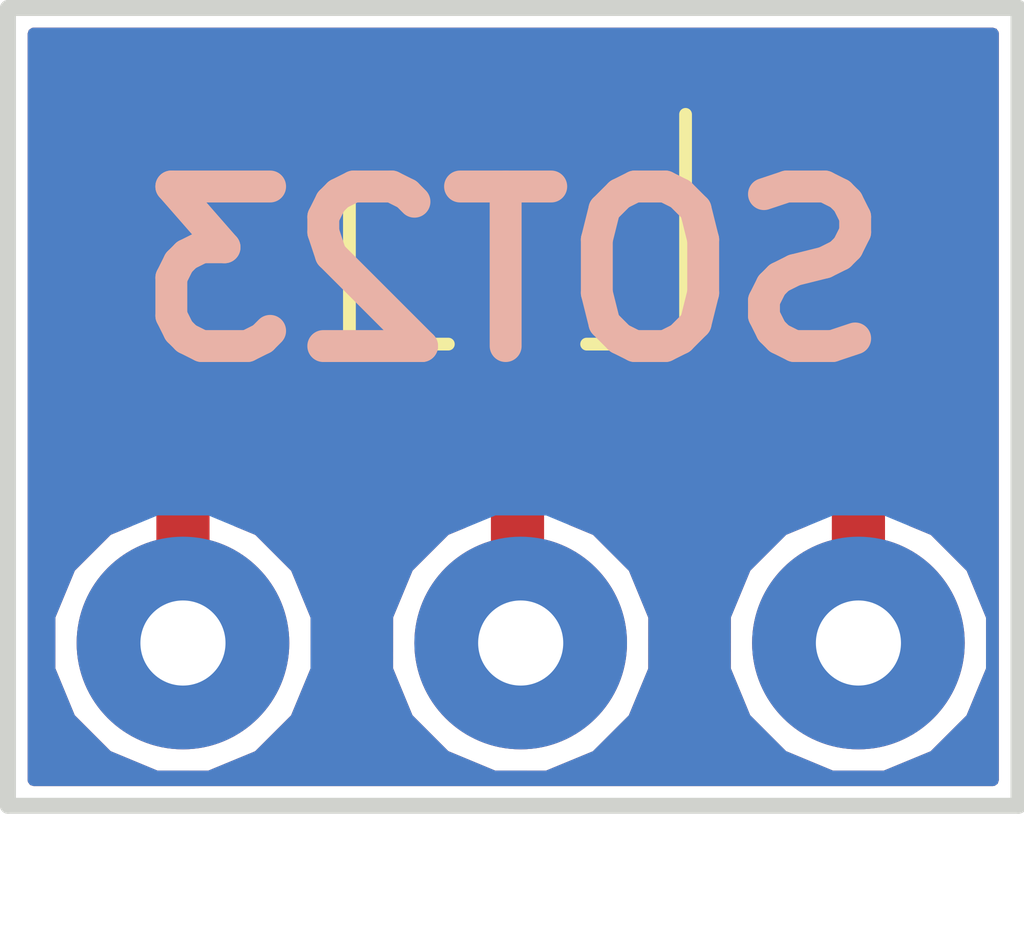
<source format=kicad_pcb>
(kicad_pcb (version 4) (host pcbnew 4.0.5)

  (general
    (links 0)
    (no_connects 0)
    (area 149.924999 84.424999 159.575001 92.075001)
    (thickness 1.6)
    (drawings 5)
    (tracks 8)
    (zones 0)
    (modules 2)
    (nets 1)
  )

  (page A4)
  (layers
    (0 F.Cu signal)
    (31 B.Cu signal)
    (32 B.Adhes user)
    (33 F.Adhes user)
    (34 B.Paste user)
    (35 F.Paste user)
    (36 B.SilkS user)
    (37 F.SilkS user)
    (38 B.Mask user)
    (39 F.Mask user)
    (40 Dwgs.User user)
    (41 Cmts.User user)
    (42 Eco1.User user)
    (43 Eco2.User user)
    (44 Edge.Cuts user)
    (45 Margin user)
    (46 B.CrtYd user)
    (47 F.CrtYd user)
    (48 B.Fab user)
    (49 F.Fab user)
  )

  (setup
    (last_trace_width 0.5)
    (user_trace_width 0.5)
    (trace_clearance 0.2)
    (zone_clearance 0.11)
    (zone_45_only no)
    (trace_min 0.2)
    (segment_width 0.2)
    (edge_width 0.15)
    (via_size 0.6)
    (via_drill 0.4)
    (via_min_size 0.4)
    (via_min_drill 0.3)
    (uvia_size 0.3)
    (uvia_drill 0.1)
    (uvias_allowed no)
    (uvia_min_size 0.2)
    (uvia_min_drill 0.1)
    (pcb_text_width 0.3)
    (pcb_text_size 1.5 1.5)
    (mod_edge_width 0.15)
    (mod_text_size 1 1)
    (mod_text_width 0.15)
    (pad_size 1.99898 1.99898)
    (pad_drill 0.8001)
    (pad_to_mask_clearance 0.2)
    (aux_axis_origin 0 0)
    (visible_elements FFFFFF7F)
    (pcbplotparams
      (layerselection 0x00030_80000001)
      (usegerberextensions false)
      (excludeedgelayer true)
      (linewidth 0.100000)
      (plotframeref false)
      (viasonmask false)
      (mode 1)
      (useauxorigin false)
      (hpglpennumber 1)
      (hpglpenspeed 20)
      (hpglpendiameter 15)
      (hpglpenoverlay 2)
      (psnegative false)
      (psa4output false)
      (plotreference true)
      (plotvalue true)
      (plotinvisibletext false)
      (padsonsilk false)
      (subtractmaskfromsilk false)
      (outputformat 1)
      (mirror false)
      (drillshape 1)
      (scaleselection 1)
      (outputdirectory ""))
  )

  (net 0 "")

  (net_class Default "Ceci est la Netclass par défaut"
    (clearance 0.2)
    (trace_width 0.25)
    (via_dia 0.6)
    (via_drill 0.4)
    (uvia_dia 0.3)
    (uvia_drill 0.1)
  )

  (module TO_SOT_Packages_SMD:SOT-23 (layer F.Cu) (tedit 590BA5FA) (tstamp 590BA5ED)
    (at 154.79 86.9 270)
    (descr "SOT-23, Standard")
    (tags SOT-23)
    (attr smd)
    (fp_text reference "" (at 0 -2.5 270) (layer F.SilkS)
      (effects (font (size 1 1) (thickness 0.15)))
    )
    (fp_text value "" (at 0 2.5 270) (layer F.Fab)
      (effects (font (size 1 1) (thickness 0.15)))
    )
    (fp_text user %R (at 0 0 270) (layer F.Fab)
      (effects (font (size 0.5 0.5) (thickness 0.075)))
    )
    (fp_line (start -0.7 -0.95) (end -0.7 1.5) (layer F.Fab) (width 0.1))
    (fp_line (start -0.15 -1.52) (end 0.7 -1.52) (layer F.Fab) (width 0.1))
    (fp_line (start -0.7 -0.95) (end -0.15 -1.52) (layer F.Fab) (width 0.1))
    (fp_line (start 0.7 -1.52) (end 0.7 1.52) (layer F.Fab) (width 0.1))
    (fp_line (start -0.7 1.52) (end 0.7 1.52) (layer F.Fab) (width 0.1))
    (fp_line (start 0.76 1.58) (end 0.76 0.65) (layer F.SilkS) (width 0.12))
    (fp_line (start 0.76 -1.58) (end 0.76 -0.65) (layer F.SilkS) (width 0.12))
    (fp_line (start -1.7 -1.75) (end 1.7 -1.75) (layer F.CrtYd) (width 0.05))
    (fp_line (start 1.7 -1.75) (end 1.7 1.75) (layer F.CrtYd) (width 0.05))
    (fp_line (start 1.7 1.75) (end -1.7 1.75) (layer F.CrtYd) (width 0.05))
    (fp_line (start -1.7 1.75) (end -1.7 -1.75) (layer F.CrtYd) (width 0.05))
    (fp_line (start 0.76 -1.58) (end -1.4 -1.58) (layer F.SilkS) (width 0.12))
    (fp_line (start 0.76 1.58) (end -0.7 1.58) (layer F.SilkS) (width 0.12))
    (pad 1 smd rect (at -1 -0.95 270) (size 0.9 0.8) (layers F.Cu F.Paste F.Mask))
    (pad 2 smd rect (at -1 0.95 270) (size 0.9 0.8) (layers F.Cu F.Paste F.Mask))
    (pad 3 smd rect (at 1 0 270) (size 0.9 0.8) (layers F.Cu F.Paste F.Mask))
    (model ${KISYS3DMOD}/TO_SOT_Packages_SMD.3dshapes/SOT-23.wrl
      (at (xyz 0 0 0))
      (scale (xyz 1 1 1))
      (rotate (xyz 0 0 0))
    )
  )

  (module Wire_Pads:SolderWirePad_3x_0-8mmDrill (layer F.Cu) (tedit 590BA6CD) (tstamp 590BA645)
    (at 154.82 90.47)
    (fp_text reference "" (at 0 -2.54) (layer F.SilkS)
      (effects (font (size 1 1) (thickness 0.15)))
    )
    (fp_text value "" (at 0 2.54) (layer F.Fab)
      (effects (font (size 1 1) (thickness 0.15)))
    )
    (pad 1 thru_hole circle (at -3.175 0) (size 1.99898 1.99898) (drill 0.8001) (layers *.Cu *.Mask)
      (solder_mask_margin -0.1))
    (pad 1 thru_hole circle (at 0 0) (size 1.99898 1.99898) (drill 0.8001) (layers *.Cu *.Mask)
      (solder_mask_margin -0.1))
    (pad 1 thru_hole circle (at 3.175 0) (size 1.99898 1.99898) (drill 0.8001) (layers *.Cu *.Mask)
      (solder_mask_margin -0.1))
  )

  (gr_text SOT23 (at 154.75 87) (layer B.SilkS)
    (effects (font (size 1.5 1.5) (thickness 0.3)) (justify mirror))
  )
  (gr_line (start 150 84.5) (end 150 92) (angle 90) (layer Edge.Cuts) (width 0.15))
  (gr_line (start 159.5 84.5) (end 150 84.5) (angle 90) (layer Edge.Cuts) (width 0.15))
  (gr_line (start 159.5 92) (end 159.5 84.5) (angle 90) (layer Edge.Cuts) (width 0.15))
  (gr_line (start 150 92) (end 159.5 92) (angle 90) (layer Edge.Cuts) (width 0.15))

  (segment (start 155.74 85.9) (end 156.66 85.9) (width 0.5) (layer F.Cu) (net 0) (status 400000))
  (segment (start 157.995 87.235) (end 157.995 90.47) (width 0.5) (layer F.Cu) (net 0) (tstamp 590BA69C) (status 800000))
  (segment (start 156.66 85.9) (end 157.995 87.235) (width 0.5) (layer F.Cu) (net 0) (tstamp 590BA69B))
  (segment (start 153.84 85.9) (end 152.88 85.9) (width 0.5) (layer F.Cu) (net 0) (status 400000))
  (segment (start 151.645 87.135) (end 151.645 90.47) (width 0.5) (layer F.Cu) (net 0) (tstamp 590BA698) (status 800000))
  (segment (start 152.88 85.9) (end 151.645 87.135) (width 0.5) (layer F.Cu) (net 0) (tstamp 590BA697))
  (segment (start 154.79 87.9) (end 154.79 90.44) (width 0.5) (layer F.Cu) (net 0) (status C00000))
  (segment (start 154.79 90.44) (end 154.82 90.47) (width 0.5) (layer F.Cu) (net 0) (tstamp 590BA694) (status C00000))

  (zone (net 0) (net_name "") (layer F.Cu) (tstamp 590BA6D9) (hatch edge 0.508)
    (connect_pads (clearance 0.11))
    (min_thickness 0.11)
    (fill yes (arc_segments 16) (thermal_gap 0.11) (thermal_bridge_width 0.123))
    (polygon
      (pts
        (xy 159.5 92) (xy 150 92) (xy 150 84.5) (xy 159.5 84.5)
      )
    )
    (filled_polygon
      (pts
        (xy 159.26 91.76) (xy 150.24 91.76) (xy 150.24 90.718439) (xy 150.390293 90.718439) (xy 150.580875 91.179683)
        (xy 150.933461 91.532885) (xy 151.394372 91.724272) (xy 151.893439 91.724707) (xy 152.354683 91.534125) (xy 152.707885 91.181539)
        (xy 152.899272 90.720628) (xy 152.899273 90.718439) (xy 153.565293 90.718439) (xy 153.755875 91.179683) (xy 154.108461 91.532885)
        (xy 154.569372 91.724272) (xy 155.068439 91.724707) (xy 155.529683 91.534125) (xy 155.882885 91.181539) (xy 156.074272 90.720628)
        (xy 156.074707 90.221561) (xy 155.884125 89.760317) (xy 155.531539 89.407115) (xy 155.295 89.308895) (xy 155.295 88.585455)
        (xy 155.371287 88.536366) (xy 155.429511 88.451153) (xy 155.449995 88.35) (xy 155.449995 87.45) (xy 155.432214 87.355503)
        (xy 155.376366 87.268713) (xy 155.291153 87.210489) (xy 155.19 87.190005) (xy 154.39 87.190005) (xy 154.295503 87.207786)
        (xy 154.208713 87.263634) (xy 154.150489 87.348847) (xy 154.130005 87.45) (xy 154.130005 88.35) (xy 154.147786 88.444497)
        (xy 154.203634 88.531287) (xy 154.285 88.586882) (xy 154.285 89.333698) (xy 154.110317 89.405875) (xy 153.757115 89.758461)
        (xy 153.565728 90.219372) (xy 153.565293 90.718439) (xy 152.899273 90.718439) (xy 152.899707 90.221561) (xy 152.709125 89.760317)
        (xy 152.356539 89.407115) (xy 152.15 89.321353) (xy 152.15 87.344178) (xy 153.089178 86.405) (xy 153.190354 86.405)
        (xy 153.197786 86.444497) (xy 153.253634 86.531287) (xy 153.338847 86.589511) (xy 153.44 86.609995) (xy 154.24 86.609995)
        (xy 154.334497 86.592214) (xy 154.421287 86.536366) (xy 154.479511 86.451153) (xy 154.499995 86.35) (xy 154.499995 85.45)
        (xy 155.080005 85.45) (xy 155.080005 86.35) (xy 155.097786 86.444497) (xy 155.153634 86.531287) (xy 155.238847 86.589511)
        (xy 155.34 86.609995) (xy 156.14 86.609995) (xy 156.234497 86.592214) (xy 156.321287 86.536366) (xy 156.379511 86.451153)
        (xy 156.388857 86.405) (xy 156.450822 86.405) (xy 157.49 87.444178) (xy 157.49 89.321302) (xy 157.285317 89.405875)
        (xy 156.932115 89.758461) (xy 156.740728 90.219372) (xy 156.740293 90.718439) (xy 156.930875 91.179683) (xy 157.283461 91.532885)
        (xy 157.744372 91.724272) (xy 158.243439 91.724707) (xy 158.704683 91.534125) (xy 159.057885 91.181539) (xy 159.249272 90.720628)
        (xy 159.249707 90.221561) (xy 159.059125 89.760317) (xy 158.706539 89.407115) (xy 158.5 89.321353) (xy 158.5 87.235)
        (xy 158.461559 87.041745) (xy 158.352089 86.877911) (xy 157.017089 85.542911) (xy 156.853255 85.433441) (xy 156.66 85.395)
        (xy 156.389646 85.395) (xy 156.382214 85.355503) (xy 156.326366 85.268713) (xy 156.241153 85.210489) (xy 156.14 85.190005)
        (xy 155.34 85.190005) (xy 155.245503 85.207786) (xy 155.158713 85.263634) (xy 155.100489 85.348847) (xy 155.080005 85.45)
        (xy 154.499995 85.45) (xy 154.482214 85.355503) (xy 154.426366 85.268713) (xy 154.341153 85.210489) (xy 154.24 85.190005)
        (xy 153.44 85.190005) (xy 153.345503 85.207786) (xy 153.258713 85.263634) (xy 153.200489 85.348847) (xy 153.191143 85.395)
        (xy 152.88 85.395) (xy 152.686745 85.433441) (xy 152.522911 85.542911) (xy 151.287911 86.777911) (xy 151.178441 86.941745)
        (xy 151.14 87.135) (xy 151.14 89.321302) (xy 150.935317 89.405875) (xy 150.582115 89.758461) (xy 150.390728 90.219372)
        (xy 150.390293 90.718439) (xy 150.24 90.718439) (xy 150.24 84.74) (xy 159.26 84.74)
      )
    )
  )
  (zone (net 0) (net_name "") (layer B.Cu) (tstamp 590BA6E1) (hatch edge 0.508)
    (connect_pads (clearance 0.11))
    (min_thickness 0.11)
    (fill yes (arc_segments 16) (thermal_gap 0.11) (thermal_bridge_width 0.123))
    (polygon
      (pts
        (xy 159.5 92) (xy 150 92) (xy 150 84.5) (xy 159.5 84.5)
      )
    )
    (filled_polygon
      (pts
        (xy 159.26 91.76) (xy 150.24 91.76) (xy 150.24 90.718439) (xy 150.390293 90.718439) (xy 150.580875 91.179683)
        (xy 150.933461 91.532885) (xy 151.394372 91.724272) (xy 151.893439 91.724707) (xy 152.354683 91.534125) (xy 152.707885 91.181539)
        (xy 152.899272 90.720628) (xy 152.899273 90.718439) (xy 153.565293 90.718439) (xy 153.755875 91.179683) (xy 154.108461 91.532885)
        (xy 154.569372 91.724272) (xy 155.068439 91.724707) (xy 155.529683 91.534125) (xy 155.882885 91.181539) (xy 156.074272 90.720628)
        (xy 156.074273 90.718439) (xy 156.740293 90.718439) (xy 156.930875 91.179683) (xy 157.283461 91.532885) (xy 157.744372 91.724272)
        (xy 158.243439 91.724707) (xy 158.704683 91.534125) (xy 159.057885 91.181539) (xy 159.249272 90.720628) (xy 159.249707 90.221561)
        (xy 159.059125 89.760317) (xy 158.706539 89.407115) (xy 158.245628 89.215728) (xy 157.746561 89.215293) (xy 157.285317 89.405875)
        (xy 156.932115 89.758461) (xy 156.740728 90.219372) (xy 156.740293 90.718439) (xy 156.074273 90.718439) (xy 156.074707 90.221561)
        (xy 155.884125 89.760317) (xy 155.531539 89.407115) (xy 155.070628 89.215728) (xy 154.571561 89.215293) (xy 154.110317 89.405875)
        (xy 153.757115 89.758461) (xy 153.565728 90.219372) (xy 153.565293 90.718439) (xy 152.899273 90.718439) (xy 152.899707 90.221561)
        (xy 152.709125 89.760317) (xy 152.356539 89.407115) (xy 151.895628 89.215728) (xy 151.396561 89.215293) (xy 150.935317 89.405875)
        (xy 150.582115 89.758461) (xy 150.390728 90.219372) (xy 150.390293 90.718439) (xy 150.24 90.718439) (xy 150.24 84.74)
        (xy 159.26 84.74)
      )
    )
  )
)

</source>
